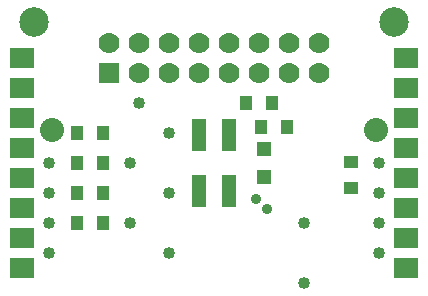
<source format=gbr>
G04 #@! TF.FileFunction,Soldermask,Bot*
%FSLAX46Y46*%
G04 Gerber Fmt 4.6, Leading zero omitted, Abs format (unit mm)*
G04 Created by KiCad (PCBNEW (2015-12-09 BZR 6195)-product) date Sat Feb 25 21:50:35 2017*
%MOMM*%
G01*
G04 APERTURE LIST*
%ADD10C,0.100000*%
%ADD11C,1.016000*%
%ADD12C,2.032000*%
%ADD13R,2.032000X1.778000*%
%ADD14C,2.499360*%
%ADD15R,1.270000X2.780000*%
%ADD16R,1.778000X1.778000*%
%ADD17C,1.778000*%
%ADD18R,1.000000X1.300000*%
%ADD19R,1.300000X1.000000*%
%ADD20R,1.300000X1.200000*%
%ADD21C,0.889000*%
G04 APERTURE END LIST*
D10*
D11*
X138430000Y-93980000D03*
X140970000Y-96520000D03*
X158750000Y-106680000D03*
X130810000Y-106680000D03*
D12*
X158496000Y-96266000D03*
X131064000Y-96266000D03*
D11*
X152400000Y-109220000D03*
X152400000Y-104140000D03*
X140970000Y-106680000D03*
X140970000Y-101600000D03*
X130810000Y-104140000D03*
X130810000Y-101600000D03*
X130810000Y-99060000D03*
X158750000Y-104140000D03*
X158750000Y-101600000D03*
D13*
X128524000Y-90170000D03*
X128524000Y-92710000D03*
X128524000Y-95250000D03*
X128524000Y-97790000D03*
X128524000Y-100330000D03*
X128524000Y-102870000D03*
X128524000Y-105410000D03*
X128524000Y-107950000D03*
X161036000Y-107950000D03*
X161036000Y-105410000D03*
X161036000Y-102870000D03*
X161036000Y-100330000D03*
X161036000Y-97790000D03*
X161036000Y-95250000D03*
X161036000Y-92710000D03*
X161036000Y-90170000D03*
D11*
X158750000Y-99060000D03*
D14*
X129540000Y-87122000D03*
X160020000Y-87122000D03*
D15*
X143510000Y-101465000D03*
X146050000Y-101465000D03*
X143510000Y-96655000D03*
X146050000Y-96655000D03*
D16*
X135890000Y-91440000D03*
D17*
X135890000Y-88900000D03*
X138430000Y-91440000D03*
X138430000Y-88900000D03*
X140970000Y-91440000D03*
X140970000Y-88900000D03*
X143510000Y-91440000D03*
X143510000Y-88900000D03*
X146050000Y-91440000D03*
X146050000Y-88900000D03*
X148590000Y-91440000D03*
X148590000Y-88900000D03*
X151130000Y-91440000D03*
X151130000Y-88900000D03*
X153670000Y-91440000D03*
X153670000Y-88900000D03*
D18*
X135339000Y-104140000D03*
X133139000Y-104140000D03*
X133139000Y-101600000D03*
X135339000Y-101600000D03*
X135339000Y-96520000D03*
X133139000Y-96520000D03*
X133139000Y-99060000D03*
X135339000Y-99060000D03*
X147490000Y-93980000D03*
X149690000Y-93980000D03*
D19*
X156337000Y-101176000D03*
X156337000Y-98976000D03*
D18*
X150960000Y-96012000D03*
X148760000Y-96012000D03*
D20*
X148971000Y-100260000D03*
X148971000Y-97860000D03*
D11*
X137668000Y-99060000D03*
X137668000Y-104140000D03*
D21*
X148336000Y-102108000D03*
X149225000Y-102997000D03*
M02*

</source>
